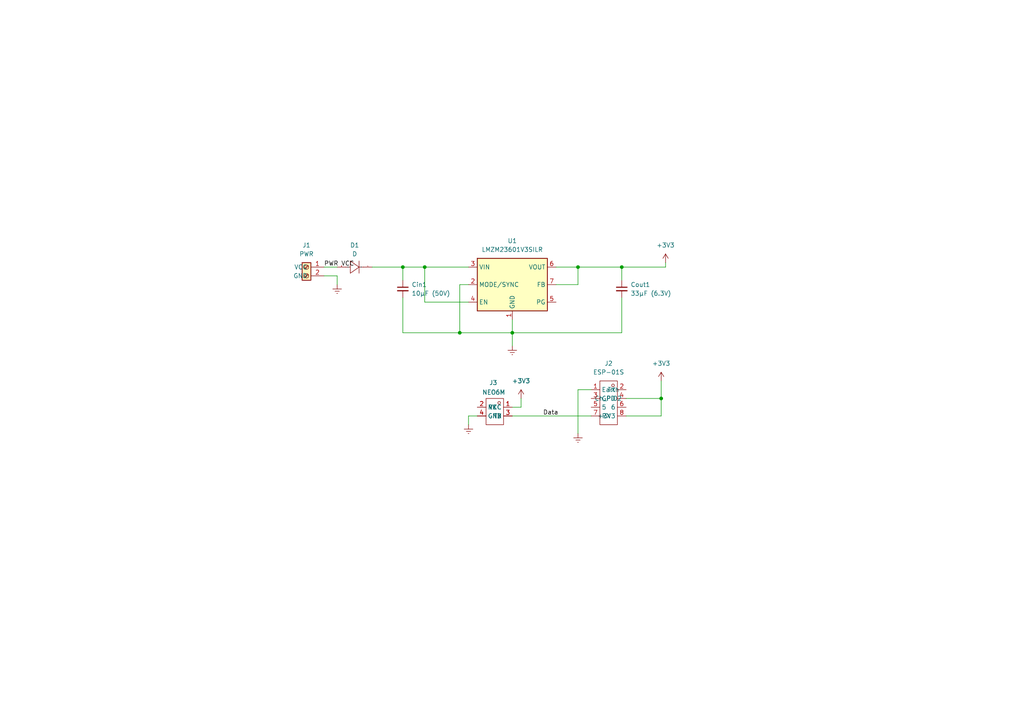
<source format=kicad_sch>
(kicad_sch (version 20231120) (generator "eeschema") (generator_version "8.0")
  (paper "A4")
  (title_block (title "Nemo-K NEO6MV2 sensor") (date "2025-10-08") (rev "v2") (company "Sivuduuni Global Oy"))
  (lib_symbols
    (symbol "C3975149:PM254-2-04-S-8.5"
      (property "Reference" "J2" (at 0 11.43 0))
      (property "Value" "ESP-01S" (at 0 8.89 0))
      (symbol "PM254-2-04-S-8.5_1_0"
        (rectangle (start -2.54 -6.35) (end 2.54 6.35))
        (circle (center -1.27 5.08) (radius 0.381))
        (pin unspecified line (at 5.08 3.81 180) (length 2.54) (name "Earth") (number "1"))
        (pin unspecified line (at -5.08 3.81 0) (length 2.54) (name "TX") (number "2"))
        (pin unspecified line (at 5.08 1.27 180) (length 2.54) (name "GPIO2") (number "3"))
        (pin unspecified line (at -5.08 1.27 0) (length 2.54) (name "Ch_PD") (number "4"))
        (pin unspecified line (at 5.08 -1.27 180) (length 2.54) (name "5") (number "5"))
        (pin unspecified line (at -5.08 -1.27 0) (length 2.54) (name "6") (number "6"))
        (pin unspecified line (at 5.08 -3.81 180) (length 2.54) (name "RX") (number "7"))
        (pin unspecified line (at -5.08 -3.81 0) (length 2.54) (name "+3V3") (number "8"))
      )
    )
    (symbol "C42379197:HX PM2.54-1X4P TP-YQ"
      (property "Reference" "J3" (at -0.762 8.382 0))
      (property "Value" "NEO6M" (at -3.048 5.588 0))
      (symbol "HX PM2.54-1X4P TP-YQ_1_0"
        (rectangle (start -2.54 -3.81) (end 2.54 3.81))
        (circle (center -1.27 2.54) (radius 0.381))
        (pin unspecified line (at -5.08 1.27 0) (length 2.54) (name "VCC") (number "1"))
        (pin unspecified line (at 5.08 1.27 180) (length 2.54) (name "RX") (number "2"))
        (pin unspecified line (at -5.08 -1.27 0) (length 2.54) (name "TX") (number "3"))
        (pin unspecified line (at 5.08 -1.27 180) (length 2.54) (name "GND") (number "4"))
      )
    )
    (symbol "C5174649:S7116-300A"
      (property "Reference" "D" (at 0 0 0))
      (symbol "S7116-300A_1_0"
        (polyline (pts (xy -1.27 0) (xy -2.54 0)))
        (polyline (pts (xy -1.27 1.778) (xy -1.27 -1.778)))
        (polyline (pts (xy 2.54 0) (xy 1.27 0)))
        (polyline (pts (xy 1.27 1.778) (xy -1.27 0) (xy -1.27 0) (xy 1.27 -1.778) (xy 1.27 -1.778) (xy 1.27 1.778)))
        (pin unspecified line (at -5.08 0 0) (length 2.54) (name "K") (number "1"))
        (pin unspecified line (at 5.08 0 180) (length 2.54) (name "A") (number "2"))
      )
    )
    (symbol "Connector:Screw_Terminal_01x02" (pin_names (offset 1.016))
      (property "Reference" "J1" (at 0 6.35 0))
      (property "Value" "PWR" (at 0 3.81 0))
      (symbol "Screw_Terminal_01x02_1_1"
        (rectangle (start -1.27 1.27) (end 1.27 -3.81) (stroke (width 0.254)) (fill (type background)))
        (circle (center 0 -2.54) (radius 0.635) (stroke (width 0.1524)))
        (polyline (pts (xy -0.5334 -2.2098) (xy 0.3302 -3.048)) (stroke (width 0.1524)))
        (polyline (pts (xy -0.5334 0.3302) (xy 0.3302 -0.508)) (stroke (width 0.1524)))
        (polyline (pts (xy -0.3556 -2.032) (xy 0.508 -2.8702)) (stroke (width 0.1524)))
        (polyline (pts (xy -0.3556 0.508) (xy 0.508 -0.3302)) (stroke (width 0.1524)))
        (circle (center 0 0) (radius 0.635) (stroke (width 0.1524)))
        (pin passive line (at -5.08 0 0) (length 3.81) (name "VCC") (number "1"))
        (pin passive line (at -5.08 -2.54 0) (length 3.81) (name "GND") (number "2"))
      )
    )
    (symbol "Device:C_Small" (pin_numbers hide) (pin_names (offset 0.254) hide)
      (property "Reference" "C" (at 0.254 1.778 0))
      (property "Value" "C_Small" (at 0.254 -2.032 0))
      (symbol "C_Small_0_1"
        (polyline (pts (xy -1.524 -0.508) (xy 1.524 -0.508)) (stroke (width 0.3302)))
        (polyline (pts (xy -1.524 0.508) (xy 1.524 0.508)) (stroke (width 0.3048)))
      )
      (symbol "C_Small_1_1"
        (pin passive line (at 0 2.54 270) (length 2.032) (name "~") (number "1"))
        (pin passive line (at 0 -2.54 90) (length 2.032) (name "~") (number "2"))
      )
    )
    (symbol "Regulator_Switching:LMZM23601"
      (property "Reference" "U" (at -8.89 8.89 0))
      (property "Value" "LMZM23601" (at 6.35 8.89 0))
      (symbol "LMZM23601_0_1"
        (rectangle (start -10.16 7.62) (end 10.16 -7.62) (stroke (width 0.254)) (fill (type background)))
      )
      (symbol "LMZM23601_1_1"
        (pin power_in line (at 0 -10.16 90) (length 2.54) (name "GND") (number "1"))
        (pin no_connect line (at -2.54 -7.62 90) (length 2.54) hide (name "~") (number "10"))
        (pin passive line (at 0 -10.16 90) (length 2.54) hide (name "GND") (number "11"))
        (pin input line (at -12.7 0 0) (length 2.54) (name "MODE/SYNC") (number "2"))
        (pin power_in line (at -12.7 5.08 0) (length 2.54) (name "VIN") (number "3"))
        (pin input line (at -12.7 -5.08 0) (length 2.54) (name "EN") (number "4"))
        (pin open_collector line (at 12.7 -5.08 180) (length 2.54) (name "PG") (number "5"))
        (pin power_out line (at 12.7 5.08 180) (length 2.54) (name "VOUT") (number "6"))
        (pin input line (at 12.7 0 180) (length 2.54) (name "FB") (number "7"))
        (pin no_connect line (at 5.08 -7.62 90) (length 2.54) hide (name "~") (number "8"))
        (pin no_connect line (at 2.54 -7.62 90) (length 2.54) hide (name "~") (number "9"))
      )
    )
    (symbol "power:+3V3" (power) (pin_names (offset 0))
      (property "Value" "+3V3" (at 0 3.556 0))
      (symbol "+3V3_0_1"
        (polyline (pts (xy -0.762 1.27) (xy 0 2.54)))
        (polyline (pts (xy 0 0) (xy 0 2.54)))
        (polyline (pts (xy 0 2.54) (xy 0.762 1.27)))
      )
      (symbol "+3V3_1_1"
        (pin power_in line (at 0 0 90) (length 0) hide (name "+3V3") (number "1"))
      )
    )
    (symbol "power:Earth" (power) (pin_names (offset 0))
      (symbol "Earth_0_1"
        (polyline (pts (xy -0.635 -1.905) (xy 0.635 -1.905)))
        (polyline (pts (xy -0.127 -2.54) (xy 0.127 -2.54)))
        (polyline (pts (xy 0 -1.27) (xy 0 0)))
        (polyline (pts (xy 1.27 -1.27) (xy -1.27 -1.27)))
      )
      (symbol "Earth_1_1"
        (pin power_in line (at 0 0 270) (length 0) hide (name "Earth") (number "1"))
      )
    )
  )
  (junction (at 116.84 77.47))
  (junction (at 167.64 77.47))
  (junction (at 133.35 96.52))
  (junction (at 180.34 77.47))
  (junction (at 123.19 77.47))
  (junction (at 191.77 115.57))
  (junction (at 148.59 96.52))
  (wire (pts (xy 135.89 87.63) (xy 123.19 87.63)))
  (wire (pts (xy 133.35 82.55) (xy 133.35 96.52)))
  (wire (pts (xy 138.43 120.65) (xy 135.89 120.65)))
  (wire (pts (xy 180.34 86.36) (xy 180.34 96.52)))
  (wire (pts (xy 167.64 82.55) (xy 167.64 77.47)))
  (wire (pts (xy 191.77 110.49) (xy 191.77 115.57)))
  (wire (pts (xy 148.59 92.71) (xy 148.59 96.52)))
  (wire (pts (xy 97.79 80.01) (xy 97.79 82.55)))
  (wire (pts (xy 167.64 113.03) (xy 171.45 113.03)))
  (wire (pts (xy 116.84 77.47) (xy 123.19 77.47)))
  (wire (pts (xy 148.59 118.11) (xy 151.13 118.11)))
  (wire (pts (xy 116.84 86.36) (xy 116.84 96.52)))
  (wire (pts (xy 148.59 96.52) (xy 148.59 100.33)))
  (wire (pts (xy 107.95 77.47) (xy 116.84 77.47)))
  (wire (pts (xy 181.61 115.57) (xy 191.77 115.57)))
  (wire (pts (xy 180.34 96.52) (xy 148.59 96.52)))
  (wire (pts (xy 135.89 82.55) (xy 133.35 82.55)))
  (wire (pts (xy 167.64 77.47) (xy 180.34 77.47)))
  (wire (pts (xy 133.35 96.52) (xy 148.59 96.52)))
  (wire (pts (xy 180.34 81.28) (xy 180.34 77.47)))
  (wire (pts (xy 161.29 82.55) (xy 167.64 82.55)))
  (wire (pts (xy 135.89 120.65) (xy 135.89 123.19)))
  (wire (pts (xy 191.77 115.57) (xy 191.77 120.65)))
  (wire (pts (xy 148.59 120.65) (xy 171.45 120.65)))
  (wire (pts (xy 180.34 77.47) (xy 193.04 77.47)))
  (wire (pts (xy 93.98 80.01) (xy 97.79 80.01)))
  (wire (pts (xy 161.29 77.47) (xy 167.64 77.47)))
  (wire (pts (xy 93.98 77.47) (xy 97.79 77.47)))
  (wire (pts (xy 193.04 77.47) (xy 193.04 76.2)))
  (wire (pts (xy 167.64 125.73) (xy 167.64 113.03)))
  (wire (pts (xy 116.84 77.47) (xy 116.84 81.28)))
  (wire (pts (xy 191.77 120.65) (xy 181.61 120.65)))
  (wire (pts (xy 116.84 96.52) (xy 133.35 96.52)))
  (wire (pts (xy 151.13 118.11) (xy 151.13 115.57)))
  (wire (pts (xy 123.19 87.63) (xy 123.19 77.47)))
  (wire (pts (xy 123.19 77.47) (xy 135.89 77.47)))
  (label "Data" (at 157.48 120.65 0))
  (label "PWR VCC" (at 93.98 77.47 0))
  (symbol (lib_id "C42379197:HX PM2.54-1X4P TP-YQ") (at 143.51 119.38 0) (mirror y) (unit 1)
    (property "Reference" "J3" (at 144.272 110.998 0) (effects (justify left)))
    (property "Value" "NEO6M" (at 146.558 113.792 0) (effects (justify left)))
    (property "Footprint" "C42379197:HDR-SMD_HX-PM2.54-1X4P-TP-YQ" (effects (hide yes)))
    (property "Datasheet" "https://item.szlcsc.com/datasheet/HX%2520PM2.54-1x4P%2520TP-YQ/44285226.html" (effects (hide yes)))
    (property "Description" "Holes Structure:1x4P Pitch:2.54mm Row Spacing:- Circular Hole / Square Hole:Square Hole Mounting Type:Surface Mount,Vertical Number of Rows:1 Number of Positions:4P Current Rating:3A Holes Direction:Top Insulation Height:5mm Contact Plating:Gold Operating" (effects (hide yes)))
    (property "Manufacturer Part" "HX PM2.54-1x4P TP-YQ" (effects (hide yes)))
    (property "Manufacturer" "hanxia(韩下)" (effects (hide yes)))
    (property "Supplier Part" "C42379197" (effects (hide yes)))
    (property "Supplier" "LCSC" (effects (hide yes)))
    (property "LCSC Part Name" "间距:2.54mm 1x4P 立贴 (交错脚)" (effects (hide yes)))
    (property "LCSC" "C42379197" (effects (hide yes)))
  )
  (symbol (lib_id "C3975149:PM254-2-04-S-8.5") (at 176.53 116.84 0) (mirror y) (unit 1)
    (property "Reference" "J2" (at 176.53 105.41 0))
    (property "Value" "ESP-01S" (at 176.53 107.95 0))
    (property "Footprint" "C3975149:HDR-SMD_8P-P2.54-V-F-R2-C4-S7.1" (effects (hide yes)))
    (property "Datasheet" "https://atta.szlcsc.com/upload/public/pdf/source/20230609/7C6F8D8E301C6BBC8F19D55951C36597.pdf" (effects (hide yes)))
    (property "Description" "Holes Structure:2x4P Pitch:2.54mm Row Spacing:2.54mm Circular Hole / Square Hole:方孔 Mounting Type:Brick nogging Number of Rows:双排 Number of Holes:8P Current Rating (Max):3A Holes Direction:Top Insulation Height:8.5mm Contact Material:Copper Alloy Operatin" (effects (hide yes)))
    (property "LCSC" "C3975149" (effects (hide yes)))
    (property "Mfg Part" "PM254-2-04-S-8.5" (effects (hide yes)))
    (property "Manufacturer Part" "PM254-2-04-S-8.5" (effects (hide yes)))
    (property "Manufacturer" "HCTL(华灿天禄)" (effects (hide yes)))
    (property "Supplier Part" "C3975149" (effects (hide yes)))
    (property "Supplier" "LCSC" (effects (hide yes)))
    (property "LCSC Part Name" "2x4P 间距:2.54mm 立贴" (effects (hide yes)))
  )
  (symbol (lib_id "C5174649:S7116-300A") (at 102.87 77.47 0) (mirror y) (unit 1)
    (property "Reference" "D1" (at 102.87 71.12 0))
    (property "Value" "D" (at 102.87 73.66 0))
    (property "Footprint" "C5174649:SOD-323_L1.7-W1.3-LS2.5-RD" (effects (hide yes)))
    (property "Datasheet" "https://atta.szlcsc.com/upload/public/pdf/source/20220916/6E626650AF012B3914EB9177AF15DFBA.pdf" (effects (hide yes)))
    (property "Description" "Diode Configuration: Forward Voltage (Vf@If):500mV@1A Reverse Voltage (Vr): Average Rectified Current (Io):" (effects (hide yes)))
    (property "Sim.Device" "D" (effects (hide yes)))
    (property "Sim.Pins" "1=K 2=A" (effects (hide yes)))
    (property "Manufacturer Part" "S7116-300A" (effects (hide yes)))
    (property "Manufacturer" "MSKSEMI(美森科)" (effects (hide yes)))
    (property "Supplier Part" "C5174649" (effects (hide yes)))
    (property "Supplier" "LCSC" (effects (hide yes)))
    (property "LCSC Part Name" "S7116-300A" (effects (hide yes)))
    (property "LCSC" "C5174649" (effects (hide yes)))
  )
  (symbol (lib_id "Device:C_Small") (at 116.84 83.82 0) (unit 1)
    (property "Reference" "Cin1" (at 119.38 82.5562 0) (effects (justify left)))
    (property "Value" "10μF (50V)" (at 119.38 85.0962 0) (effects (justify left)))
    (property "Footprint" "Capacitor_SMD:C_1210_3225Metric" (effects (hide yes)))
    (property "Datasheet" "https://wmsc.lcsc.com/wmsc/upload/file/pdf/v2/lcsc/2308151448_Samwha-Capacitor-CS3225X7R106K500NRL_C2918502.pdf" (effects (hide yes)))
    (property "LCSC" "C2918502" (effects (hide yes)))
  )
  (symbol (lib_id "Regulator_Switching:LMZM23601") (at 148.59 82.55 0) (unit 1)
    (property "Reference" "U1" (at 148.59 69.85 0))
    (property "Value" "LMZM23601V3SILR" (at 148.59 72.39 0))
    (property "Footprint" "Package_LGA:Texas_SIL0010A_MicroSiP-10-1EP_3.8x3mm_P0.6mm_EP0.7x2.9mm_ThermalVias" (effects (hide yes)))
    (property "Datasheet" "http://www.ti.com/lit/ds/symlink/lmzm23601.pdf" (effects (hide yes)))
    (property "LCSC" "C2864948" (effects (hide yes)))
    (property "MPN" "LMZM23601SILR " (effects (hide yes)))
  )
  (symbol (lib_id "Device:C_Small") (at 180.34 83.82 0) (unit 1)
    (property "Reference" "Cout1" (at 182.88 82.5562 0) (effects (justify left)))
    (property "Value" "33μF (6.3V)" (at 182.88 85.0962 0) (effects (justify left)))
    (property "Footprint" "Capacitor_SMD:C_1210_3225Metric" (effects (hide yes)))
    (property "LCSC" "C531418" (effects (hide yes)))
    (property "Mfg Part" "C3225X5R1A336MT0A0E" (effects (hide yes)))
  )
  (symbol (lib_id "power:+3V3") (at 193.04 76.2 0) (unit 1)
    (property "Reference" "#PWR0106" (effects (hide yes)))
    (property "Value" "+3V3" (at 193.04 71.12 0))
  )
  (symbol (lib_id "power:+3V3") (at 151.13 115.57 0) (unit 1)
    (property "Reference" "#PWR2" (effects (hide yes)))
    (property "Value" "+3V3" (at 151.13 110.49 0))
  )
  (symbol (lib_id "Connector:Screw_Terminal_01x02") (at 88.9 77.47 0) (mirror y) (unit 1)
    (property "Reference" "J1" (at 88.9 71.12 0))
    (property "Value" "PWR" (at 88.9 73.66 0))
    (property "Footprint" "TerminalBlock_MetzConnect:TerminalBlock_MetzConnect_Type086_RT03402HBLC_1x02_P3.81mm_Horizontal" (effects (hide yes)))
    (property "Description" "Generic screw terminal, single row, 01x02, script generated (kicad-library-utils/schlib/autogen/connector/)" (effects (hide yes)))
    (property "LCSC" "C5349550" (effects (hide yes)))
    (property "MPN" "OSTOQ053251" (effects (hide yes)))
  )
  (symbol (lib_id "power:Earth") (at 135.89 123.19 0) (unit 1)
    (property "Reference" "#PWR1" (effects (hide yes)))
    (property "Value" "Earth" (effects (hide yes)))
  )
  (symbol (lib_id "power:+3V3") (at 191.77 110.49 0) (unit 1)
    (property "Reference" "#PWR0107" (effects (hide yes)))
    (property "Value" "+3V3" (at 191.77 105.41 0))
  )
  (symbol (lib_id "power:Earth") (at 167.64 125.73 0) (unit 1)
    (property "Reference" "#PWR0104" (effects (hide yes)))
    (property "Value" "Earth" (effects (hide yes)))
  )
  (symbol (lib_id "power:Earth") (at 148.59 100.33 0) (unit 1)
    (property "Reference" "#PWR0105" (effects (hide yes)))
    (property "Value" "Earth" (effects (hide yes)))
  )
  (symbol (lib_id "power:Earth") (at 97.79 82.55 0) (unit 1)
    (property "Reference" "#PWR0101" (effects (hide yes)))
    (property "Value" "Earth" (effects (hide yes)))
  )
)
</source>
